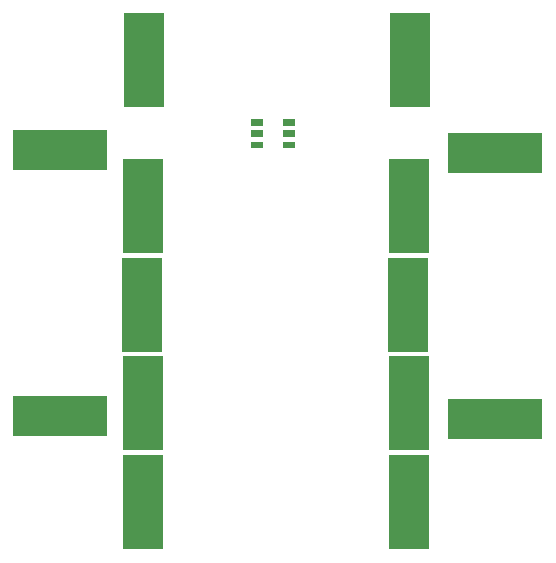
<source format=gtp>
G04 Layer: TopPasteMaskLayer*
G04 EasyEDA v6.3.22, 2020-01-22T11:07:26+01:00*
G04 c2129058598944f0bb6b3e408993b306,6ac03ef627a24f5ab7c901ca926ad83b,10*
G04 Gerber Generator version 0.2*
G04 Scale: 100 percent, Rotated: No, Reflected: No *
G04 Dimensions in millimeters *
G04 leading zeros omitted , absolute positions ,3 integer and 3 decimal *
%FSLAX33Y33*%
%MOMM*%
G90*
G71D02*

%ADD16R,3.499993X8.000009*%
%ADD17R,8.000009X3.499993*%

%LPD*%
G36*
G01X20729Y36674D02*
G01X21730Y36674D01*
G01X21730Y36125D01*
G01X20729Y36125D01*
G01X20729Y36674D01*
G37*
G36*
G01X20729Y35724D02*
G01X21730Y35724D01*
G01X21730Y35175D01*
G01X20729Y35175D01*
G01X20729Y35724D01*
G37*
G36*
G01X20729Y34774D02*
G01X21730Y34774D01*
G01X21730Y34225D01*
G01X20729Y34225D01*
G01X20729Y34774D01*
G37*
G36*
G01X23429Y34774D02*
G01X24430Y34774D01*
G01X24430Y34225D01*
G01X23429Y34225D01*
G01X23429Y34774D01*
G37*
G36*
G01X23429Y36674D02*
G01X24430Y36674D01*
G01X24430Y36125D01*
G01X23429Y36125D01*
G01X23429Y36674D01*
G37*
G36*
G01X23429Y35724D02*
G01X24430Y35724D01*
G01X24430Y35175D01*
G01X23429Y35175D01*
G01X23429Y35724D01*
G37*
G54D16*
G01X34180Y41650D03*
G01X11679Y41650D03*
G01X34089Y4229D03*
G01X11590Y4229D03*
G01X34070Y29279D03*
G01X11569Y29279D03*
G01X34049Y12600D03*
G01X11549Y12600D03*
G54D17*
G01X41409Y11289D03*
G01X41409Y33789D03*
G01X4580Y11549D03*
G01X4580Y34050D03*
G54D16*
G01X33999Y20940D03*
G01X11499Y20940D03*
M00*
M02*

</source>
